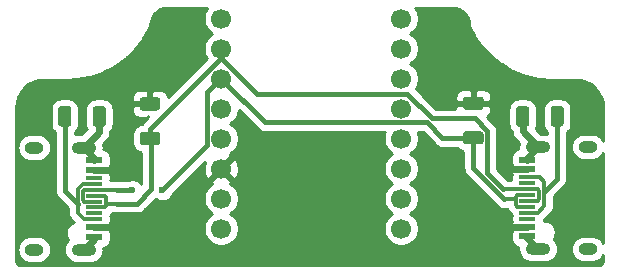
<source format=gtl>
G04 #@! TF.GenerationSoftware,KiCad,Pcbnew,(5.1.10-1-10_14)*
G04 #@! TF.CreationDate,2021-07-14T14:00:36-07:00*
G04 #@! TF.ProjectId,Synapse,53796e61-7073-4652-9e6b-696361645f70,rev?*
G04 #@! TF.SameCoordinates,Original*
G04 #@! TF.FileFunction,Copper,L1,Top*
G04 #@! TF.FilePolarity,Positive*
%FSLAX46Y46*%
G04 Gerber Fmt 4.6, Leading zero omitted, Abs format (unit mm)*
G04 Created by KiCad (PCBNEW (5.1.10-1-10_14)) date 2021-07-14 14:00:36*
%MOMM*%
%LPD*%
G01*
G04 APERTURE LIST*
G04 #@! TA.AperFunction,ComponentPad*
%ADD10C,1.700000*%
G04 #@! TD*
G04 #@! TA.AperFunction,SMDPad,CuDef*
%ADD11R,1.450000X0.600000*%
G04 #@! TD*
G04 #@! TA.AperFunction,SMDPad,CuDef*
%ADD12R,1.450000X0.300000*%
G04 #@! TD*
G04 #@! TA.AperFunction,ComponentPad*
%ADD13O,2.100000X1.000000*%
G04 #@! TD*
G04 #@! TA.AperFunction,ComponentPad*
%ADD14O,1.600000X1.000000*%
G04 #@! TD*
G04 #@! TA.AperFunction,ViaPad*
%ADD15C,0.600000*%
G04 #@! TD*
G04 #@! TA.AperFunction,Conductor*
%ADD16C,0.600000*%
G04 #@! TD*
G04 #@! TA.AperFunction,Conductor*
%ADD17C,0.300000*%
G04 #@! TD*
G04 #@! TA.AperFunction,Conductor*
%ADD18C,0.400000*%
G04 #@! TD*
G04 #@! TA.AperFunction,Conductor*
%ADD19C,0.254000*%
G04 #@! TD*
G04 #@! TA.AperFunction,Conductor*
%ADD20C,0.100000*%
G04 #@! TD*
G04 APERTURE END LIST*
D10*
X165240000Y-65478600D03*
X150000000Y-65478600D03*
X165240000Y-68018600D03*
X150000000Y-68018600D03*
X165240000Y-70558600D03*
X150000000Y-70558600D03*
X165240000Y-73098600D03*
X150000000Y-73098600D03*
X165240000Y-75638600D03*
X150000000Y-75638600D03*
X165240000Y-78178600D03*
X150000000Y-78178600D03*
X165240000Y-80718600D03*
X150000000Y-80718600D03*
X165240000Y-83258600D03*
X150000000Y-83258600D03*
G04 #@! TA.AperFunction,SMDPad,CuDef*
G36*
G01*
X143342199Y-75068000D02*
X144592201Y-75068000D01*
G75*
G02*
X144842200Y-75317999I0J-249999D01*
G01*
X144842200Y-75943001D01*
G75*
G02*
X144592201Y-76193000I-249999J0D01*
G01*
X143342199Y-76193000D01*
G75*
G02*
X143092200Y-75943001I0J249999D01*
G01*
X143092200Y-75317999D01*
G75*
G02*
X143342199Y-75068000I249999J0D01*
G01*
G37*
G04 #@! TD.AperFunction*
G04 #@! TA.AperFunction,SMDPad,CuDef*
G36*
G01*
X143342199Y-72143000D02*
X144592201Y-72143000D01*
G75*
G02*
X144842200Y-72392999I0J-249999D01*
G01*
X144842200Y-73018001D01*
G75*
G02*
X144592201Y-73268000I-249999J0D01*
G01*
X143342199Y-73268000D01*
G75*
G02*
X143092200Y-73018001I0J249999D01*
G01*
X143092200Y-72392999D01*
G75*
G02*
X143342199Y-72143000I249999J0D01*
G01*
G37*
G04 #@! TD.AperFunction*
G04 #@! TA.AperFunction,SMDPad,CuDef*
G36*
G01*
X170723399Y-75017200D02*
X171973401Y-75017200D01*
G75*
G02*
X172223400Y-75267199I0J-249999D01*
G01*
X172223400Y-75892201D01*
G75*
G02*
X171973401Y-76142200I-249999J0D01*
G01*
X170723399Y-76142200D01*
G75*
G02*
X170473400Y-75892201I0J249999D01*
G01*
X170473400Y-75267199D01*
G75*
G02*
X170723399Y-75017200I249999J0D01*
G01*
G37*
G04 #@! TD.AperFunction*
G04 #@! TA.AperFunction,SMDPad,CuDef*
G36*
G01*
X170723399Y-72092200D02*
X171973401Y-72092200D01*
G75*
G02*
X172223400Y-72342199I0J-249999D01*
G01*
X172223400Y-72967201D01*
G75*
G02*
X171973401Y-73217200I-249999J0D01*
G01*
X170723399Y-73217200D01*
G75*
G02*
X170473400Y-72967201I0J249999D01*
G01*
X170473400Y-72342199D01*
G75*
G02*
X170723399Y-72092200I249999J0D01*
G01*
G37*
G04 #@! TD.AperFunction*
G04 #@! TA.AperFunction,SMDPad,CuDef*
G36*
G01*
X139126800Y-74386601D02*
X139126800Y-73136599D01*
G75*
G02*
X139376799Y-72886600I249999J0D01*
G01*
X140001801Y-72886600D01*
G75*
G02*
X140251800Y-73136599I0J-249999D01*
G01*
X140251800Y-74386601D01*
G75*
G02*
X140001801Y-74636600I-249999J0D01*
G01*
X139376799Y-74636600D01*
G75*
G02*
X139126800Y-74386601I0J249999D01*
G01*
G37*
G04 #@! TD.AperFunction*
G04 #@! TA.AperFunction,SMDPad,CuDef*
G36*
G01*
X136201800Y-74386601D02*
X136201800Y-73136599D01*
G75*
G02*
X136451799Y-72886600I249999J0D01*
G01*
X137076801Y-72886600D01*
G75*
G02*
X137326800Y-73136599I0J-249999D01*
G01*
X137326800Y-74386601D01*
G75*
G02*
X137076801Y-74636600I-249999J0D01*
G01*
X136451799Y-74636600D01*
G75*
G02*
X136201800Y-74386601I0J249999D01*
G01*
G37*
G04 #@! TD.AperFunction*
G04 #@! TA.AperFunction,SMDPad,CuDef*
G36*
G01*
X176087200Y-73136599D02*
X176087200Y-74386601D01*
G75*
G02*
X175837201Y-74636600I-249999J0D01*
G01*
X175212199Y-74636600D01*
G75*
G02*
X174962200Y-74386601I0J249999D01*
G01*
X174962200Y-73136599D01*
G75*
G02*
X175212199Y-72886600I249999J0D01*
G01*
X175837201Y-72886600D01*
G75*
G02*
X176087200Y-73136599I0J-249999D01*
G01*
G37*
G04 #@! TD.AperFunction*
G04 #@! TA.AperFunction,SMDPad,CuDef*
G36*
G01*
X179012200Y-73136599D02*
X179012200Y-74386601D01*
G75*
G02*
X178762201Y-74636600I-249999J0D01*
G01*
X178137199Y-74636600D01*
G75*
G02*
X177887200Y-74386601I0J249999D01*
G01*
X177887200Y-73136599D01*
G75*
G02*
X178137199Y-72886600I249999J0D01*
G01*
X178762201Y-72886600D01*
G75*
G02*
X179012200Y-73136599I0J-249999D01*
G01*
G37*
G04 #@! TD.AperFunction*
D11*
X139274600Y-83971200D03*
X139274600Y-83171200D03*
X139274600Y-78271200D03*
X139274600Y-77471200D03*
X139274600Y-77471200D03*
X139274600Y-78271200D03*
X139274600Y-83171200D03*
X139274600Y-83971200D03*
D12*
X139274600Y-78971200D03*
X139274600Y-79471200D03*
X139274600Y-79971200D03*
X139274600Y-80971200D03*
X139274600Y-81471200D03*
X139274600Y-81971200D03*
X139274600Y-82471200D03*
X139274600Y-80471200D03*
D13*
X138359600Y-85041200D03*
X138359600Y-76401200D03*
D14*
X134179600Y-76401200D03*
X134179600Y-85041200D03*
D11*
X175939400Y-77420400D03*
X175939400Y-78220400D03*
X175939400Y-83120400D03*
X175939400Y-83920400D03*
X175939400Y-83920400D03*
X175939400Y-83120400D03*
X175939400Y-78220400D03*
X175939400Y-77420400D03*
D12*
X175939400Y-82420400D03*
X175939400Y-81920400D03*
X175939400Y-81420400D03*
X175939400Y-80420400D03*
X175939400Y-79920400D03*
X175939400Y-79420400D03*
X175939400Y-78920400D03*
X175939400Y-80920400D03*
D13*
X176854400Y-76350400D03*
X176854400Y-84990400D03*
D14*
X181034400Y-84990400D03*
X181034400Y-76350400D03*
D15*
X142494000Y-80010000D03*
X145034000Y-80010000D03*
D16*
X175939400Y-78220400D02*
X174509600Y-78220400D01*
X175939400Y-83120400D02*
X174435600Y-83120400D01*
X139274600Y-83171200D02*
X141083200Y-83171200D01*
X139274600Y-78271200D02*
X140930800Y-78271200D01*
D17*
X140276601Y-81342801D02*
X140148202Y-81471200D01*
X140148202Y-81471200D02*
X139274600Y-81471200D01*
X140148202Y-80471200D02*
X140276601Y-80599599D01*
X139274600Y-80471200D02*
X140148202Y-80471200D01*
X176941401Y-80792001D02*
X176813002Y-80920400D01*
X176941401Y-80048799D02*
X176941401Y-80792001D01*
X176813002Y-79920400D02*
X176941401Y-80048799D01*
X176813002Y-80920400D02*
X175939400Y-80920400D01*
X175939400Y-79920400D02*
X176813002Y-79920400D01*
X175939400Y-79920400D02*
X173900400Y-79920400D01*
X140276601Y-80599599D02*
X140276601Y-81145401D01*
X140276601Y-81145401D02*
X141206199Y-81145401D01*
X140276601Y-81145401D02*
X140276601Y-81342801D01*
D18*
X141206199Y-81145401D02*
X142882599Y-81145401D01*
X142882599Y-81145401D02*
X144080019Y-79947981D01*
X144080019Y-79947981D02*
X144080019Y-75754019D01*
X143967200Y-75630500D02*
X143967200Y-74850838D01*
X165763962Y-71882000D02*
X153063962Y-71882000D01*
X167817951Y-73935989D02*
X165763962Y-71882000D01*
X171458209Y-73935989D02*
X167817951Y-73935989D01*
X172550410Y-75028190D02*
X171458209Y-73935989D01*
X172550410Y-78570410D02*
X172550410Y-75028190D01*
X173900400Y-79920400D02*
X172550410Y-78570410D01*
X143967200Y-74850838D02*
X149922019Y-68896019D01*
X150077981Y-68896019D02*
X149922019Y-68896019D01*
X153063962Y-71882000D02*
X150077981Y-68896019D01*
X149922019Y-68896019D02*
X150114000Y-68704038D01*
D17*
X138400998Y-80971200D02*
X139274600Y-80971200D01*
X138272599Y-80842801D02*
X138400998Y-80971200D01*
X174937399Y-80548799D02*
X174937399Y-80789801D01*
X138400998Y-79971200D02*
X138272599Y-80099599D01*
X138272599Y-80099599D02*
X138272599Y-80842801D01*
X174937399Y-80789801D02*
X174937399Y-81292001D01*
X174937399Y-80789801D02*
X173972199Y-80789801D01*
X175939400Y-80420400D02*
X175065798Y-80420400D01*
X175065798Y-80420400D02*
X174937399Y-80548799D01*
X174937399Y-81292001D02*
X175065798Y-81420400D01*
X175065798Y-81420400D02*
X175939400Y-81420400D01*
X139274600Y-79971200D02*
X138400998Y-79971200D01*
X139274600Y-79971200D02*
X141212000Y-79971200D01*
D18*
X142455200Y-79971200D02*
X142494000Y-80010000D01*
X141212000Y-79971200D02*
X142455200Y-79971200D01*
X148822999Y-76221001D02*
X145034000Y-80010000D01*
X148822999Y-71737001D02*
X148822999Y-76221001D01*
X171348400Y-78166002D02*
X173972199Y-80789801D01*
X171348400Y-75579700D02*
X171348400Y-78166002D01*
X149269000Y-71291000D02*
X148822999Y-71737001D01*
X150000000Y-70560000D02*
X149269000Y-71291000D01*
X167412259Y-74275601D02*
X153717001Y-74275601D01*
X153717001Y-74275601D02*
X150000000Y-70558600D01*
X168716358Y-75579700D02*
X167412259Y-74275601D01*
X171348400Y-75579700D02*
X168716358Y-75579700D01*
D16*
X175939400Y-77265400D02*
X176854400Y-76350400D01*
X175939400Y-77420400D02*
X175939400Y-77265400D01*
X139274600Y-84126200D02*
X138359600Y-85041200D01*
X139274600Y-83971200D02*
X139274600Y-84126200D01*
X139274600Y-77316200D02*
X138359600Y-76401200D01*
X139274600Y-77471200D02*
X139274600Y-77316200D01*
X175939400Y-84075400D02*
X176854400Y-84990400D01*
X175939400Y-83920400D02*
X175939400Y-84075400D01*
X139689300Y-75071500D02*
X138359600Y-76401200D01*
X139689300Y-73761600D02*
X139689300Y-75071500D01*
X175524700Y-75020700D02*
X176854400Y-76350400D01*
X175524700Y-73761600D02*
X175524700Y-75020700D01*
D17*
X138400998Y-82471200D02*
X139274600Y-82471200D01*
X137845589Y-81915791D02*
X138400998Y-82471200D01*
X138297115Y-79471200D02*
X137845589Y-79922726D01*
X139274600Y-79471200D02*
X138297115Y-79471200D01*
D18*
X136764300Y-80071500D02*
X137845589Y-81152789D01*
X136764300Y-73761600D02*
X136764300Y-80071500D01*
D17*
X137845589Y-81152789D02*
X137845589Y-81915791D01*
X137845589Y-79922726D02*
X137845589Y-81152789D01*
X177368411Y-79324411D02*
X177368411Y-81364991D01*
X176964400Y-78920400D02*
X177368411Y-79324411D01*
X176813002Y-81920400D02*
X175939400Y-81920400D01*
X177368411Y-81364991D02*
X176813002Y-81920400D01*
X175939400Y-78920400D02*
X176964400Y-78920400D01*
D18*
X178449700Y-79054700D02*
X177418411Y-80085989D01*
X178449700Y-73761600D02*
X178449700Y-79054700D01*
D19*
X148684010Y-64775189D02*
X148572068Y-65045442D01*
X148515000Y-65332340D01*
X148515000Y-65624860D01*
X148572068Y-65911758D01*
X148684010Y-66182011D01*
X148846525Y-66425232D01*
X149053368Y-66632075D01*
X149227760Y-66748600D01*
X149053368Y-66865125D01*
X148846525Y-67071968D01*
X148684010Y-67315189D01*
X148572068Y-67585442D01*
X148515000Y-67872340D01*
X148515000Y-68164860D01*
X148572068Y-68451758D01*
X148684010Y-68722011D01*
X148776595Y-68860574D01*
X145480116Y-72157054D01*
X145480272Y-72143000D01*
X145468012Y-72018518D01*
X145431702Y-71898820D01*
X145372737Y-71788506D01*
X145293385Y-71691815D01*
X145196694Y-71612463D01*
X145086380Y-71553498D01*
X144966682Y-71517188D01*
X144842200Y-71504928D01*
X144252950Y-71508000D01*
X144094200Y-71666750D01*
X144094200Y-72578500D01*
X144114200Y-72578500D01*
X144114200Y-72832500D01*
X144094200Y-72832500D01*
X144094200Y-72852500D01*
X143840200Y-72852500D01*
X143840200Y-72832500D01*
X142615950Y-72832500D01*
X142457200Y-72991250D01*
X142454128Y-73268000D01*
X142466388Y-73392482D01*
X142502698Y-73512180D01*
X142561663Y-73622494D01*
X142641015Y-73719185D01*
X142737706Y-73798537D01*
X142848020Y-73857502D01*
X142967718Y-73893812D01*
X143092200Y-73906072D01*
X143681450Y-73903000D01*
X143840198Y-73744252D01*
X143840198Y-73796973D01*
X143405774Y-74231397D01*
X143373910Y-74257547D01*
X143347762Y-74289409D01*
X143269564Y-74384693D01*
X143240005Y-74439993D01*
X143168945Y-74446992D01*
X143002349Y-74497528D01*
X142848813Y-74579595D01*
X142714238Y-74690038D01*
X142603795Y-74824613D01*
X142521728Y-74978149D01*
X142471192Y-75144745D01*
X142454128Y-75317999D01*
X142454128Y-75943001D01*
X142471192Y-76116255D01*
X142521728Y-76282851D01*
X142603795Y-76436387D01*
X142714238Y-76570962D01*
X142848813Y-76681405D01*
X143002349Y-76763472D01*
X143168945Y-76814008D01*
X143245020Y-76821501D01*
X143245019Y-79451024D01*
X143220262Y-79413972D01*
X143090028Y-79283738D01*
X142936889Y-79181414D01*
X142766729Y-79110932D01*
X142586089Y-79075000D01*
X142401911Y-79075000D01*
X142221271Y-79110932D01*
X142160268Y-79136200D01*
X141170981Y-79136200D01*
X141048311Y-79148282D01*
X140923312Y-79186200D01*
X140631270Y-79186200D01*
X140637672Y-79121200D01*
X140637672Y-78821200D01*
X140625412Y-78696718D01*
X140625255Y-78696200D01*
X140625412Y-78695682D01*
X140637672Y-78571200D01*
X140634600Y-78556950D01*
X140475850Y-78398200D01*
X140473916Y-78398200D01*
X140450785Y-78370015D01*
X140360841Y-78296200D01*
X140450785Y-78222385D01*
X140530137Y-78125694D01*
X140571225Y-78048825D01*
X140634600Y-77985450D01*
X140637672Y-77971200D01*
X140627823Y-77871200D01*
X140637672Y-77771200D01*
X140637672Y-77171200D01*
X140625412Y-77046718D01*
X140589102Y-76927020D01*
X140530137Y-76816706D01*
X140450785Y-76720015D01*
X140354094Y-76640663D01*
X140243780Y-76581698D01*
X140124082Y-76545388D01*
X140036737Y-76536786D01*
X140050091Y-76401200D01*
X140028177Y-76178701D01*
X139999366Y-76083723D01*
X140317959Y-75765130D01*
X140353644Y-75735844D01*
X140470486Y-75593472D01*
X140557307Y-75431040D01*
X140582641Y-75347524D01*
X140610772Y-75254792D01*
X140628824Y-75071500D01*
X140624300Y-75025565D01*
X140624300Y-75019045D01*
X140629762Y-75014562D01*
X140740205Y-74879987D01*
X140822272Y-74726451D01*
X140872808Y-74559855D01*
X140889872Y-74386601D01*
X140889872Y-73136599D01*
X140872808Y-72963345D01*
X140822272Y-72796749D01*
X140740205Y-72643213D01*
X140629762Y-72508638D01*
X140495187Y-72398195D01*
X140341651Y-72316128D01*
X140175055Y-72265592D01*
X140001801Y-72248528D01*
X139376799Y-72248528D01*
X139203545Y-72265592D01*
X139036949Y-72316128D01*
X138883413Y-72398195D01*
X138748838Y-72508638D01*
X138638395Y-72643213D01*
X138556328Y-72796749D01*
X138505792Y-72963345D01*
X138488728Y-73136599D01*
X138488728Y-74386601D01*
X138505792Y-74559855D01*
X138556328Y-74726451D01*
X138610574Y-74827937D01*
X138172311Y-75266200D01*
X137753848Y-75266200D01*
X137599300Y-75281422D01*
X137599300Y-75101113D01*
X137704762Y-75014562D01*
X137815205Y-74879987D01*
X137897272Y-74726451D01*
X137947808Y-74559855D01*
X137964872Y-74386601D01*
X137964872Y-73136599D01*
X137947808Y-72963345D01*
X137897272Y-72796749D01*
X137815205Y-72643213D01*
X137704762Y-72508638D01*
X137570187Y-72398195D01*
X137416651Y-72316128D01*
X137250055Y-72265592D01*
X137076801Y-72248528D01*
X136451799Y-72248528D01*
X136278545Y-72265592D01*
X136111949Y-72316128D01*
X135958413Y-72398195D01*
X135823838Y-72508638D01*
X135713395Y-72643213D01*
X135631328Y-72796749D01*
X135580792Y-72963345D01*
X135563728Y-73136599D01*
X135563728Y-74386601D01*
X135580792Y-74559855D01*
X135631328Y-74726451D01*
X135713395Y-74879987D01*
X135823838Y-75014562D01*
X135929300Y-75101113D01*
X135929301Y-80030472D01*
X135925260Y-80071500D01*
X135941382Y-80235188D01*
X135989128Y-80392586D01*
X136062024Y-80528964D01*
X136066665Y-80537646D01*
X136171010Y-80664791D01*
X136202874Y-80690941D01*
X137060589Y-81548658D01*
X137060589Y-81877238D01*
X137056792Y-81915791D01*
X137060589Y-81954344D01*
X137060589Y-81954352D01*
X137071948Y-82069678D01*
X137074175Y-82077020D01*
X137116835Y-82217650D01*
X137139470Y-82259997D01*
X137189728Y-82354024D01*
X137223316Y-82394950D01*
X137263244Y-82443603D01*
X137263248Y-82443607D01*
X137287826Y-82473555D01*
X137317774Y-82498133D01*
X137519989Y-82700348D01*
X137374869Y-82760459D01*
X137217636Y-82865519D01*
X137083919Y-82999236D01*
X136978859Y-83156469D01*
X136906492Y-83331178D01*
X136869600Y-83516648D01*
X136869600Y-83705752D01*
X136906492Y-83891222D01*
X136978859Y-84065931D01*
X137060315Y-84187838D01*
X137003151Y-84234751D01*
X136861316Y-84407577D01*
X136755924Y-84604753D01*
X136691023Y-84818701D01*
X136669109Y-85041200D01*
X136691023Y-85263699D01*
X136755924Y-85477647D01*
X136861316Y-85674823D01*
X137003151Y-85847649D01*
X137175977Y-85989484D01*
X137373153Y-86094876D01*
X137587101Y-86159777D01*
X137753848Y-86176200D01*
X138965352Y-86176200D01*
X139132099Y-86159777D01*
X139346047Y-86094876D01*
X139543223Y-85989484D01*
X139716049Y-85847649D01*
X139857884Y-85674823D01*
X139963276Y-85477647D01*
X140028177Y-85263699D01*
X140050091Y-85041200D01*
X140036737Y-84905614D01*
X140124082Y-84897012D01*
X140243780Y-84860702D01*
X140354094Y-84801737D01*
X140450785Y-84722385D01*
X140530137Y-84625694D01*
X140589102Y-84515380D01*
X140625412Y-84395682D01*
X140637672Y-84271200D01*
X140637672Y-83671200D01*
X140627823Y-83571200D01*
X140637672Y-83471200D01*
X140634600Y-83456950D01*
X140571225Y-83393575D01*
X140530137Y-83316706D01*
X140450785Y-83220015D01*
X140360841Y-83146200D01*
X140450785Y-83072385D01*
X140473916Y-83044200D01*
X140475850Y-83044200D01*
X140634600Y-82885450D01*
X140637672Y-82871200D01*
X140625412Y-82746718D01*
X140625255Y-82746200D01*
X140625412Y-82745682D01*
X140637672Y-82621200D01*
X140637672Y-82321200D01*
X140627823Y-82221200D01*
X140637672Y-82121200D01*
X140637672Y-82085012D01*
X140705966Y-82028964D01*
X140730550Y-81999008D01*
X140799157Y-81930401D01*
X140917511Y-81930401D01*
X141042510Y-81968319D01*
X141165180Y-81980401D01*
X142841581Y-81980401D01*
X142882599Y-81984441D01*
X142923617Y-81980401D01*
X142923618Y-81980401D01*
X143046288Y-81968319D01*
X143203686Y-81920573D01*
X143348745Y-81843037D01*
X143475890Y-81738692D01*
X143502044Y-81706823D01*
X144458734Y-80750135D01*
X144591111Y-80838586D01*
X144761271Y-80909068D01*
X144941911Y-80945000D01*
X145126089Y-80945000D01*
X145306729Y-80909068D01*
X145476889Y-80838586D01*
X145630028Y-80736262D01*
X145760262Y-80606028D01*
X145782771Y-80572340D01*
X148515000Y-80572340D01*
X148515000Y-80864860D01*
X148572068Y-81151758D01*
X148684010Y-81422011D01*
X148846525Y-81665232D01*
X149053368Y-81872075D01*
X149227760Y-81988600D01*
X149053368Y-82105125D01*
X148846525Y-82311968D01*
X148684010Y-82555189D01*
X148572068Y-82825442D01*
X148515000Y-83112340D01*
X148515000Y-83404860D01*
X148572068Y-83691758D01*
X148684010Y-83962011D01*
X148846525Y-84205232D01*
X149053368Y-84412075D01*
X149296589Y-84574590D01*
X149566842Y-84686532D01*
X149853740Y-84743600D01*
X150146260Y-84743600D01*
X150433158Y-84686532D01*
X150703411Y-84574590D01*
X150946632Y-84412075D01*
X151153475Y-84205232D01*
X151315990Y-83962011D01*
X151427932Y-83691758D01*
X151485000Y-83404860D01*
X151485000Y-83112340D01*
X151427932Y-82825442D01*
X151315990Y-82555189D01*
X151153475Y-82311968D01*
X150946632Y-82105125D01*
X150772240Y-81988600D01*
X150946632Y-81872075D01*
X151153475Y-81665232D01*
X151315990Y-81422011D01*
X151427932Y-81151758D01*
X151485000Y-80864860D01*
X151485000Y-80572340D01*
X151427932Y-80285442D01*
X151315990Y-80015189D01*
X151153475Y-79771968D01*
X150946632Y-79565125D01*
X150773271Y-79449289D01*
X150848792Y-79206997D01*
X150000000Y-78358205D01*
X149151208Y-79206997D01*
X149226729Y-79449289D01*
X149053368Y-79565125D01*
X148846525Y-79771968D01*
X148684010Y-80015189D01*
X148572068Y-80285442D01*
X148515000Y-80572340D01*
X145782771Y-80572340D01*
X145862586Y-80452889D01*
X145926655Y-80298213D01*
X148636040Y-77588828D01*
X148596629Y-77671483D01*
X148524661Y-77955011D01*
X148509389Y-78247131D01*
X148551401Y-78536619D01*
X148649081Y-78812347D01*
X148722528Y-78949757D01*
X148971603Y-79027392D01*
X149820395Y-78178600D01*
X150179605Y-78178600D01*
X151028397Y-79027392D01*
X151277472Y-78949757D01*
X151403371Y-78685717D01*
X151475339Y-78402189D01*
X151490611Y-78110069D01*
X151448599Y-77820581D01*
X151350919Y-77544853D01*
X151277472Y-77407443D01*
X151028397Y-77329808D01*
X150179605Y-78178600D01*
X149820395Y-78178600D01*
X149806253Y-78164458D01*
X149985858Y-77984853D01*
X150000000Y-77998995D01*
X150848792Y-77150203D01*
X150773271Y-76907911D01*
X150946632Y-76792075D01*
X151153475Y-76585232D01*
X151315990Y-76342011D01*
X151427932Y-76071758D01*
X151485000Y-75784860D01*
X151485000Y-75492340D01*
X151427932Y-75205442D01*
X151315990Y-74935189D01*
X151153475Y-74691968D01*
X150946632Y-74485125D01*
X150772240Y-74368600D01*
X150946632Y-74252075D01*
X151153475Y-74045232D01*
X151315990Y-73802011D01*
X151427932Y-73531758D01*
X151485000Y-73244860D01*
X151485000Y-73224468D01*
X153097560Y-74837028D01*
X153123710Y-74868892D01*
X153250855Y-74973237D01*
X153395914Y-75050773D01*
X153553312Y-75098519D01*
X153675982Y-75110601D01*
X153675984Y-75110601D01*
X153717000Y-75114641D01*
X153758016Y-75110601D01*
X163851352Y-75110601D01*
X163812068Y-75205442D01*
X163755000Y-75492340D01*
X163755000Y-75784860D01*
X163812068Y-76071758D01*
X163924010Y-76342011D01*
X164086525Y-76585232D01*
X164293368Y-76792075D01*
X164467760Y-76908600D01*
X164293368Y-77025125D01*
X164086525Y-77231968D01*
X163924010Y-77475189D01*
X163812068Y-77745442D01*
X163755000Y-78032340D01*
X163755000Y-78324860D01*
X163812068Y-78611758D01*
X163924010Y-78882011D01*
X164086525Y-79125232D01*
X164293368Y-79332075D01*
X164467760Y-79448600D01*
X164293368Y-79565125D01*
X164086525Y-79771968D01*
X163924010Y-80015189D01*
X163812068Y-80285442D01*
X163755000Y-80572340D01*
X163755000Y-80864860D01*
X163812068Y-81151758D01*
X163924010Y-81422011D01*
X164086525Y-81665232D01*
X164293368Y-81872075D01*
X164467760Y-81988600D01*
X164293368Y-82105125D01*
X164086525Y-82311968D01*
X163924010Y-82555189D01*
X163812068Y-82825442D01*
X163755000Y-83112340D01*
X163755000Y-83404860D01*
X163812068Y-83691758D01*
X163924010Y-83962011D01*
X164086525Y-84205232D01*
X164293368Y-84412075D01*
X164536589Y-84574590D01*
X164806842Y-84686532D01*
X165093740Y-84743600D01*
X165386260Y-84743600D01*
X165673158Y-84686532D01*
X165943411Y-84574590D01*
X166186632Y-84412075D01*
X166393475Y-84205232D01*
X166555990Y-83962011D01*
X166667932Y-83691758D01*
X166725000Y-83404860D01*
X166725000Y-83112340D01*
X166667932Y-82825442D01*
X166555990Y-82555189D01*
X166393475Y-82311968D01*
X166186632Y-82105125D01*
X166012240Y-81988600D01*
X166186632Y-81872075D01*
X166393475Y-81665232D01*
X166555990Y-81422011D01*
X166667932Y-81151758D01*
X166725000Y-80864860D01*
X166725000Y-80572340D01*
X166667932Y-80285442D01*
X166555990Y-80015189D01*
X166393475Y-79771968D01*
X166186632Y-79565125D01*
X166012240Y-79448600D01*
X166186632Y-79332075D01*
X166393475Y-79125232D01*
X166555990Y-78882011D01*
X166667932Y-78611758D01*
X166725000Y-78324860D01*
X166725000Y-78032340D01*
X166667932Y-77745442D01*
X166555990Y-77475189D01*
X166393475Y-77231968D01*
X166186632Y-77025125D01*
X166012240Y-76908600D01*
X166186632Y-76792075D01*
X166393475Y-76585232D01*
X166555990Y-76342011D01*
X166667932Y-76071758D01*
X166725000Y-75784860D01*
X166725000Y-75492340D01*
X166667932Y-75205442D01*
X166628648Y-75110601D01*
X167066392Y-75110601D01*
X168096916Y-76141126D01*
X168123067Y-76172991D01*
X168250212Y-76277336D01*
X168395271Y-76354872D01*
X168552669Y-76402618D01*
X168675339Y-76414700D01*
X168675349Y-76414700D01*
X168716357Y-76418739D01*
X168757365Y-76414700D01*
X170008887Y-76414700D01*
X170095438Y-76520162D01*
X170230013Y-76630605D01*
X170383549Y-76712672D01*
X170513400Y-76752062D01*
X170513401Y-78124974D01*
X170509360Y-78166002D01*
X170525482Y-78329690D01*
X170573228Y-78487088D01*
X170650764Y-78632147D01*
X170662066Y-78645918D01*
X170755110Y-78759293D01*
X170786974Y-78785443D01*
X173410769Y-81409239D01*
X173506053Y-81487437D01*
X173651112Y-81564973D01*
X173808510Y-81612719D01*
X173972198Y-81628841D01*
X174135887Y-81612719D01*
X174207753Y-81590919D01*
X174208645Y-81593861D01*
X174281537Y-81730234D01*
X174323227Y-81781032D01*
X174354564Y-81819215D01*
X174379636Y-81849765D01*
X174409586Y-81874345D01*
X174483448Y-81948206D01*
X174508034Y-81978164D01*
X174576328Y-82034212D01*
X174576328Y-82070400D01*
X174586177Y-82170400D01*
X174576328Y-82270400D01*
X174576328Y-82570400D01*
X174588588Y-82694882D01*
X174588745Y-82695400D01*
X174588588Y-82695918D01*
X174576328Y-82820400D01*
X174579400Y-82834650D01*
X174738150Y-82993400D01*
X174740084Y-82993400D01*
X174763215Y-83021585D01*
X174853159Y-83095400D01*
X174763215Y-83169215D01*
X174683863Y-83265906D01*
X174642775Y-83342775D01*
X174579400Y-83406150D01*
X174576328Y-83420400D01*
X174586177Y-83520400D01*
X174576328Y-83620400D01*
X174576328Y-84220400D01*
X174588588Y-84344882D01*
X174624898Y-84464580D01*
X174683863Y-84574894D01*
X174763215Y-84671585D01*
X174859906Y-84750937D01*
X174970220Y-84809902D01*
X175089918Y-84846212D01*
X175177263Y-84854814D01*
X175163909Y-84990400D01*
X175185823Y-85212899D01*
X175250724Y-85426847D01*
X175356116Y-85624023D01*
X175497951Y-85796849D01*
X175670777Y-85938684D01*
X175867953Y-86044076D01*
X176081901Y-86108977D01*
X176248648Y-86125400D01*
X177460152Y-86125400D01*
X177626899Y-86108977D01*
X177840847Y-86044076D01*
X178038023Y-85938684D01*
X178210849Y-85796849D01*
X178352684Y-85624023D01*
X178458076Y-85426847D01*
X178522977Y-85212899D01*
X178544891Y-84990400D01*
X178522977Y-84767901D01*
X178458076Y-84553953D01*
X178352684Y-84356777D01*
X178210849Y-84183951D01*
X178153685Y-84137038D01*
X178235141Y-84015131D01*
X178307508Y-83840422D01*
X178344400Y-83654952D01*
X178344400Y-83465848D01*
X178307508Y-83280378D01*
X178235141Y-83105669D01*
X178130081Y-82948436D01*
X177996364Y-82814719D01*
X177839131Y-82709659D01*
X177664422Y-82637292D01*
X177478952Y-82600400D01*
X177299517Y-82600400D01*
X177302472Y-82570400D01*
X177302472Y-82534212D01*
X177370766Y-82478164D01*
X177395348Y-82448211D01*
X177896226Y-81947334D01*
X177926175Y-81922755D01*
X177959998Y-81881543D01*
X177978800Y-81858632D01*
X178024273Y-81803224D01*
X178097165Y-81666851D01*
X178103897Y-81644660D01*
X178142053Y-81518878D01*
X178151593Y-81422011D01*
X178153411Y-81403552D01*
X178153411Y-81403547D01*
X178157208Y-81364991D01*
X178153411Y-81326436D01*
X178153411Y-80531856D01*
X179011132Y-79674137D01*
X179042991Y-79647991D01*
X179073704Y-79610568D01*
X179147336Y-79520846D01*
X179224872Y-79375787D01*
X179272618Y-79218389D01*
X179288740Y-79054700D01*
X179284700Y-79013682D01*
X179284700Y-75101113D01*
X179390162Y-75014562D01*
X179500605Y-74879987D01*
X179582672Y-74726451D01*
X179633208Y-74559855D01*
X179650272Y-74386601D01*
X179650272Y-73136599D01*
X179633208Y-72963345D01*
X179582672Y-72796749D01*
X179500605Y-72643213D01*
X179390162Y-72508638D01*
X179255587Y-72398195D01*
X179102051Y-72316128D01*
X178935455Y-72265592D01*
X178762201Y-72248528D01*
X178137199Y-72248528D01*
X177963945Y-72265592D01*
X177797349Y-72316128D01*
X177643813Y-72398195D01*
X177509238Y-72508638D01*
X177398795Y-72643213D01*
X177316728Y-72796749D01*
X177266192Y-72963345D01*
X177249128Y-73136599D01*
X177249128Y-74386601D01*
X177266192Y-74559855D01*
X177316728Y-74726451D01*
X177398795Y-74879987D01*
X177509238Y-75014562D01*
X177614700Y-75101113D01*
X177614700Y-75230622D01*
X177460152Y-75215400D01*
X177041689Y-75215400D01*
X176621121Y-74794832D01*
X176657672Y-74726451D01*
X176708208Y-74559855D01*
X176725272Y-74386601D01*
X176725272Y-73136599D01*
X176708208Y-72963345D01*
X176657672Y-72796749D01*
X176575605Y-72643213D01*
X176465162Y-72508638D01*
X176330587Y-72398195D01*
X176177051Y-72316128D01*
X176010455Y-72265592D01*
X175837201Y-72248528D01*
X175212199Y-72248528D01*
X175038945Y-72265592D01*
X174872349Y-72316128D01*
X174718813Y-72398195D01*
X174584238Y-72508638D01*
X174473795Y-72643213D01*
X174391728Y-72796749D01*
X174341192Y-72963345D01*
X174324128Y-73136599D01*
X174324128Y-74386601D01*
X174341192Y-74559855D01*
X174391728Y-74726451D01*
X174473795Y-74879987D01*
X174584238Y-75014562D01*
X174585665Y-75015733D01*
X174585176Y-75020700D01*
X174603229Y-75203991D01*
X174637505Y-75316983D01*
X174656694Y-75380240D01*
X174743515Y-75542672D01*
X174860357Y-75685044D01*
X174896036Y-75714325D01*
X175214634Y-76032923D01*
X175185823Y-76127901D01*
X175163909Y-76350400D01*
X175177263Y-76485986D01*
X175089918Y-76494588D01*
X174970220Y-76530898D01*
X174859906Y-76589863D01*
X174763215Y-76669215D01*
X174683863Y-76765906D01*
X174624898Y-76876220D01*
X174588588Y-76995918D01*
X174576328Y-77120400D01*
X174576328Y-77720400D01*
X174586177Y-77820400D01*
X174576328Y-77920400D01*
X174579400Y-77934650D01*
X174642775Y-77998025D01*
X174683863Y-78074894D01*
X174763215Y-78171585D01*
X174853159Y-78245400D01*
X174763215Y-78319215D01*
X174740084Y-78347400D01*
X174738150Y-78347400D01*
X174579400Y-78506150D01*
X174576328Y-78520400D01*
X174588588Y-78644882D01*
X174588745Y-78645400D01*
X174588588Y-78645918D01*
X174576328Y-78770400D01*
X174576328Y-79070400D01*
X174582730Y-79135400D01*
X174296268Y-79135400D01*
X173385410Y-78224543D01*
X173385410Y-75069197D01*
X173389449Y-75028189D01*
X173385410Y-74987181D01*
X173385410Y-74987171D01*
X173373328Y-74864501D01*
X173325582Y-74707103D01*
X173248046Y-74562044D01*
X173143701Y-74434899D01*
X173111836Y-74408748D01*
X172495087Y-73791999D01*
X172577894Y-73747737D01*
X172674585Y-73668385D01*
X172753937Y-73571694D01*
X172812902Y-73461380D01*
X172849212Y-73341682D01*
X172861472Y-73217200D01*
X172858400Y-72940450D01*
X172699650Y-72781700D01*
X171475400Y-72781700D01*
X171475400Y-72801700D01*
X171221400Y-72801700D01*
X171221400Y-72781700D01*
X169997150Y-72781700D01*
X169838400Y-72940450D01*
X169836618Y-73100989D01*
X168163819Y-73100989D01*
X167155030Y-72092200D01*
X169835328Y-72092200D01*
X169838400Y-72368950D01*
X169997150Y-72527700D01*
X171221400Y-72527700D01*
X171221400Y-71615950D01*
X171475400Y-71615950D01*
X171475400Y-72527700D01*
X172699650Y-72527700D01*
X172858400Y-72368950D01*
X172861472Y-72092200D01*
X172849212Y-71967718D01*
X172812902Y-71848020D01*
X172753937Y-71737706D01*
X172674585Y-71641015D01*
X172577894Y-71561663D01*
X172467580Y-71502698D01*
X172347882Y-71466388D01*
X172223400Y-71454128D01*
X171634150Y-71457200D01*
X171475400Y-71615950D01*
X171221400Y-71615950D01*
X171062650Y-71457200D01*
X170473400Y-71454128D01*
X170348918Y-71466388D01*
X170229220Y-71502698D01*
X170118906Y-71561663D01*
X170022215Y-71641015D01*
X169942863Y-71737706D01*
X169883898Y-71848020D01*
X169847588Y-71967718D01*
X169835328Y-72092200D01*
X167155030Y-72092200D01*
X166463404Y-71400575D01*
X166555990Y-71262011D01*
X166667932Y-70991758D01*
X166725000Y-70704860D01*
X166725000Y-70412340D01*
X166667932Y-70125442D01*
X166555990Y-69855189D01*
X166393475Y-69611968D01*
X166186632Y-69405125D01*
X166012240Y-69288600D01*
X166186632Y-69172075D01*
X166393475Y-68965232D01*
X166555990Y-68722011D01*
X166667932Y-68451758D01*
X166725000Y-68164860D01*
X166725000Y-67872340D01*
X166667932Y-67585442D01*
X166555990Y-67315189D01*
X166393475Y-67071968D01*
X166186632Y-66865125D01*
X166012240Y-66748600D01*
X166186632Y-66632075D01*
X166393475Y-66425232D01*
X166555990Y-66182011D01*
X166667932Y-65911758D01*
X166725000Y-65624860D01*
X166725000Y-65332340D01*
X166667932Y-65045442D01*
X166555990Y-64775189D01*
X166439233Y-64600450D01*
X169621215Y-64600450D01*
X169914018Y-64629160D01*
X170164908Y-64704908D01*
X170396301Y-64827942D01*
X170599390Y-64993577D01*
X170766444Y-65195511D01*
X170891089Y-65426037D01*
X170968586Y-65676390D01*
X170999150Y-65967180D01*
X170999150Y-66005828D01*
X171008614Y-66101919D01*
X171046013Y-66225208D01*
X171075560Y-66280485D01*
X171377002Y-66850780D01*
X171393355Y-66876838D01*
X171408271Y-66903748D01*
X171417846Y-66917943D01*
X172010538Y-67772305D01*
X172035661Y-67803330D01*
X172059977Y-67835019D01*
X172071545Y-67847643D01*
X172784009Y-68605014D01*
X172813430Y-68631974D01*
X172842174Y-68659731D01*
X172855481Y-68670506D01*
X173672065Y-69314250D01*
X173705167Y-69336578D01*
X173737681Y-69359769D01*
X173752434Y-69368460D01*
X174655201Y-69884433D01*
X174691234Y-69901620D01*
X174726822Y-69919753D01*
X174742698Y-69926167D01*
X175711814Y-70303036D01*
X175749995Y-70314709D01*
X175787870Y-70327382D01*
X175804515Y-70331378D01*
X175804519Y-70331379D01*
X175804522Y-70331379D01*
X176818696Y-70560864D01*
X176858204Y-70566769D01*
X176897516Y-70573700D01*
X176914557Y-70575191D01*
X176914573Y-70575193D01*
X176914586Y-70575193D01*
X177943708Y-70651670D01*
X177967875Y-70654050D01*
X179968015Y-70654050D01*
X180455052Y-70701805D01*
X180892779Y-70833962D01*
X181296493Y-71048620D01*
X181650827Y-71337608D01*
X181942279Y-71689913D01*
X182159752Y-72092122D01*
X182294962Y-72528910D01*
X182345951Y-73014036D01*
X182345951Y-75835142D01*
X182282684Y-75716777D01*
X182140849Y-75543951D01*
X181968023Y-75402116D01*
X181770847Y-75296724D01*
X181556899Y-75231823D01*
X181390152Y-75215400D01*
X180678648Y-75215400D01*
X180511901Y-75231823D01*
X180297953Y-75296724D01*
X180100777Y-75402116D01*
X179927951Y-75543951D01*
X179786116Y-75716777D01*
X179680724Y-75913953D01*
X179615823Y-76127901D01*
X179593909Y-76350400D01*
X179615823Y-76572899D01*
X179680724Y-76786847D01*
X179786116Y-76984023D01*
X179927951Y-77156849D01*
X180100777Y-77298684D01*
X180297953Y-77404076D01*
X180511901Y-77468977D01*
X180678648Y-77485400D01*
X181390152Y-77485400D01*
X181556899Y-77468977D01*
X181770847Y-77404076D01*
X181968023Y-77298684D01*
X182140849Y-77156849D01*
X182282684Y-76984023D01*
X182345951Y-76865658D01*
X182345950Y-84475140D01*
X182282684Y-84356777D01*
X182140849Y-84183951D01*
X181968023Y-84042116D01*
X181770847Y-83936724D01*
X181556899Y-83871823D01*
X181390152Y-83855400D01*
X180678648Y-83855400D01*
X180511901Y-83871823D01*
X180297953Y-83936724D01*
X180100777Y-84042116D01*
X179927951Y-84183951D01*
X179786116Y-84356777D01*
X179680724Y-84553953D01*
X179615823Y-84767901D01*
X179593909Y-84990400D01*
X179615823Y-85212899D01*
X179680724Y-85426847D01*
X179786116Y-85624023D01*
X179927951Y-85796849D01*
X180100777Y-85938684D01*
X180297953Y-86044076D01*
X180511901Y-86108977D01*
X180678648Y-86125400D01*
X181390152Y-86125400D01*
X181556899Y-86108977D01*
X181770847Y-86044076D01*
X181968023Y-85938684D01*
X182140849Y-85796849D01*
X182282684Y-85624023D01*
X182345950Y-85505660D01*
X182345950Y-85968016D01*
X182336285Y-86066583D01*
X182316946Y-86130637D01*
X182285536Y-86189711D01*
X182243250Y-86241559D01*
X182191702Y-86284204D01*
X182132845Y-86316027D01*
X182068933Y-86335811D01*
X181972473Y-86345950D01*
X133031984Y-86345950D01*
X132933417Y-86336285D01*
X132869363Y-86316946D01*
X132810289Y-86285536D01*
X132758441Y-86243250D01*
X132715796Y-86191702D01*
X132683973Y-86132845D01*
X132664189Y-86068933D01*
X132654050Y-85972473D01*
X132654050Y-85041200D01*
X132739109Y-85041200D01*
X132761023Y-85263699D01*
X132825924Y-85477647D01*
X132931316Y-85674823D01*
X133073151Y-85847649D01*
X133245977Y-85989484D01*
X133443153Y-86094876D01*
X133657101Y-86159777D01*
X133823848Y-86176200D01*
X134535352Y-86176200D01*
X134702099Y-86159777D01*
X134916047Y-86094876D01*
X135113223Y-85989484D01*
X135286049Y-85847649D01*
X135427884Y-85674823D01*
X135533276Y-85477647D01*
X135598177Y-85263699D01*
X135620091Y-85041200D01*
X135598177Y-84818701D01*
X135533276Y-84604753D01*
X135427884Y-84407577D01*
X135286049Y-84234751D01*
X135113223Y-84092916D01*
X134916047Y-83987524D01*
X134702099Y-83922623D01*
X134535352Y-83906200D01*
X133823848Y-83906200D01*
X133657101Y-83922623D01*
X133443153Y-83987524D01*
X133245977Y-84092916D01*
X133073151Y-84234751D01*
X132931316Y-84407577D01*
X132825924Y-84604753D01*
X132761023Y-84818701D01*
X132739109Y-85041200D01*
X132654050Y-85041200D01*
X132654050Y-76401200D01*
X132739109Y-76401200D01*
X132761023Y-76623699D01*
X132825924Y-76837647D01*
X132931316Y-77034823D01*
X133073151Y-77207649D01*
X133245977Y-77349484D01*
X133443153Y-77454876D01*
X133657101Y-77519777D01*
X133823848Y-77536200D01*
X134535352Y-77536200D01*
X134702099Y-77519777D01*
X134916047Y-77454876D01*
X135113223Y-77349484D01*
X135286049Y-77207649D01*
X135427884Y-77034823D01*
X135533276Y-76837647D01*
X135598177Y-76623699D01*
X135620091Y-76401200D01*
X135598177Y-76178701D01*
X135533276Y-75964753D01*
X135427884Y-75767577D01*
X135286049Y-75594751D01*
X135113223Y-75452916D01*
X134916047Y-75347524D01*
X134702099Y-75282623D01*
X134535352Y-75266200D01*
X133823848Y-75266200D01*
X133657101Y-75282623D01*
X133443153Y-75347524D01*
X133245977Y-75452916D01*
X133073151Y-75594751D01*
X132931316Y-75767577D01*
X132825924Y-75964753D01*
X132761023Y-76178701D01*
X132739109Y-76401200D01*
X132654050Y-76401200D01*
X132654050Y-73031985D01*
X132701805Y-72544948D01*
X132823159Y-72143000D01*
X142454128Y-72143000D01*
X142457200Y-72419750D01*
X142615950Y-72578500D01*
X143840200Y-72578500D01*
X143840200Y-71666750D01*
X143681450Y-71508000D01*
X143092200Y-71504928D01*
X142967718Y-71517188D01*
X142848020Y-71553498D01*
X142737706Y-71612463D01*
X142641015Y-71691815D01*
X142561663Y-71788506D01*
X142502698Y-71898820D01*
X142466388Y-72018518D01*
X142454128Y-72143000D01*
X132823159Y-72143000D01*
X132833962Y-72107221D01*
X133048620Y-71703507D01*
X133337608Y-71349173D01*
X133689913Y-71057721D01*
X134092122Y-70840248D01*
X134528910Y-70705038D01*
X135014027Y-70654050D01*
X137032125Y-70654050D01*
X137048153Y-70652471D01*
X137719467Y-70619434D01*
X137750992Y-70615526D01*
X137782692Y-70613234D01*
X137799598Y-70610516D01*
X138821714Y-70432407D01*
X138860441Y-70422654D01*
X138899404Y-70413920D01*
X138915721Y-70408733D01*
X139900285Y-70081501D01*
X139937132Y-70066137D01*
X139974387Y-70051735D01*
X139989753Y-70044195D01*
X139989760Y-70044192D01*
X139989765Y-70044189D01*
X140915140Y-69575027D01*
X140949313Y-69554384D01*
X140984029Y-69534635D01*
X140998117Y-69524904D01*
X141843986Y-68924113D01*
X141874744Y-68898637D01*
X141906148Y-68873981D01*
X141918634Y-68862283D01*
X141918643Y-68862275D01*
X141918649Y-68862268D01*
X142666419Y-68143055D01*
X142693076Y-68113309D01*
X142720488Y-68084286D01*
X142731109Y-68070869D01*
X142731116Y-68070861D01*
X142731121Y-68070854D01*
X143364370Y-67249012D01*
X143386337Y-67215653D01*
X143409158Y-67182897D01*
X143417685Y-67168049D01*
X143921618Y-66263221D01*
X143952296Y-66208894D01*
X143982458Y-66117170D01*
X144003228Y-66024079D01*
X144014916Y-65928234D01*
X144014746Y-65925965D01*
X144044899Y-65663621D01*
X144124825Y-65414036D01*
X144251706Y-65184726D01*
X144420713Y-64984428D01*
X144625401Y-64820775D01*
X144857980Y-64699994D01*
X145111131Y-64626240D01*
X145387998Y-64600450D01*
X148800767Y-64600450D01*
X148684010Y-64775189D01*
G04 #@! TA.AperFunction,Conductor*
D20*
G36*
X148684010Y-64775189D02*
G01*
X148572068Y-65045442D01*
X148515000Y-65332340D01*
X148515000Y-65624860D01*
X148572068Y-65911758D01*
X148684010Y-66182011D01*
X148846525Y-66425232D01*
X149053368Y-66632075D01*
X149227760Y-66748600D01*
X149053368Y-66865125D01*
X148846525Y-67071968D01*
X148684010Y-67315189D01*
X148572068Y-67585442D01*
X148515000Y-67872340D01*
X148515000Y-68164860D01*
X148572068Y-68451758D01*
X148684010Y-68722011D01*
X148776595Y-68860574D01*
X145480116Y-72157054D01*
X145480272Y-72143000D01*
X145468012Y-72018518D01*
X145431702Y-71898820D01*
X145372737Y-71788506D01*
X145293385Y-71691815D01*
X145196694Y-71612463D01*
X145086380Y-71553498D01*
X144966682Y-71517188D01*
X144842200Y-71504928D01*
X144252950Y-71508000D01*
X144094200Y-71666750D01*
X144094200Y-72578500D01*
X144114200Y-72578500D01*
X144114200Y-72832500D01*
X144094200Y-72832500D01*
X144094200Y-72852500D01*
X143840200Y-72852500D01*
X143840200Y-72832500D01*
X142615950Y-72832500D01*
X142457200Y-72991250D01*
X142454128Y-73268000D01*
X142466388Y-73392482D01*
X142502698Y-73512180D01*
X142561663Y-73622494D01*
X142641015Y-73719185D01*
X142737706Y-73798537D01*
X142848020Y-73857502D01*
X142967718Y-73893812D01*
X143092200Y-73906072D01*
X143681450Y-73903000D01*
X143840198Y-73744252D01*
X143840198Y-73796973D01*
X143405774Y-74231397D01*
X143373910Y-74257547D01*
X143347762Y-74289409D01*
X143269564Y-74384693D01*
X143240005Y-74439993D01*
X143168945Y-74446992D01*
X143002349Y-74497528D01*
X142848813Y-74579595D01*
X142714238Y-74690038D01*
X142603795Y-74824613D01*
X142521728Y-74978149D01*
X142471192Y-75144745D01*
X142454128Y-75317999D01*
X142454128Y-75943001D01*
X142471192Y-76116255D01*
X142521728Y-76282851D01*
X142603795Y-76436387D01*
X142714238Y-76570962D01*
X142848813Y-76681405D01*
X143002349Y-76763472D01*
X143168945Y-76814008D01*
X143245020Y-76821501D01*
X143245019Y-79451024D01*
X143220262Y-79413972D01*
X143090028Y-79283738D01*
X142936889Y-79181414D01*
X142766729Y-79110932D01*
X142586089Y-79075000D01*
X142401911Y-79075000D01*
X142221271Y-79110932D01*
X142160268Y-79136200D01*
X141170981Y-79136200D01*
X141048311Y-79148282D01*
X140923312Y-79186200D01*
X140631270Y-79186200D01*
X140637672Y-79121200D01*
X140637672Y-78821200D01*
X140625412Y-78696718D01*
X140625255Y-78696200D01*
X140625412Y-78695682D01*
X140637672Y-78571200D01*
X140634600Y-78556950D01*
X140475850Y-78398200D01*
X140473916Y-78398200D01*
X140450785Y-78370015D01*
X140360841Y-78296200D01*
X140450785Y-78222385D01*
X140530137Y-78125694D01*
X140571225Y-78048825D01*
X140634600Y-77985450D01*
X140637672Y-77971200D01*
X140627823Y-77871200D01*
X140637672Y-77771200D01*
X140637672Y-77171200D01*
X140625412Y-77046718D01*
X140589102Y-76927020D01*
X140530137Y-76816706D01*
X140450785Y-76720015D01*
X140354094Y-76640663D01*
X140243780Y-76581698D01*
X140124082Y-76545388D01*
X140036737Y-76536786D01*
X140050091Y-76401200D01*
X140028177Y-76178701D01*
X139999366Y-76083723D01*
X140317959Y-75765130D01*
X140353644Y-75735844D01*
X140470486Y-75593472D01*
X140557307Y-75431040D01*
X140582641Y-75347524D01*
X140610772Y-75254792D01*
X140628824Y-75071500D01*
X140624300Y-75025565D01*
X140624300Y-75019045D01*
X140629762Y-75014562D01*
X140740205Y-74879987D01*
X140822272Y-74726451D01*
X140872808Y-74559855D01*
X140889872Y-74386601D01*
X140889872Y-73136599D01*
X140872808Y-72963345D01*
X140822272Y-72796749D01*
X140740205Y-72643213D01*
X140629762Y-72508638D01*
X140495187Y-72398195D01*
X140341651Y-72316128D01*
X140175055Y-72265592D01*
X140001801Y-72248528D01*
X139376799Y-72248528D01*
X139203545Y-72265592D01*
X139036949Y-72316128D01*
X138883413Y-72398195D01*
X138748838Y-72508638D01*
X138638395Y-72643213D01*
X138556328Y-72796749D01*
X138505792Y-72963345D01*
X138488728Y-73136599D01*
X138488728Y-74386601D01*
X138505792Y-74559855D01*
X138556328Y-74726451D01*
X138610574Y-74827937D01*
X138172311Y-75266200D01*
X137753848Y-75266200D01*
X137599300Y-75281422D01*
X137599300Y-75101113D01*
X137704762Y-75014562D01*
X137815205Y-74879987D01*
X137897272Y-74726451D01*
X137947808Y-74559855D01*
X137964872Y-74386601D01*
X137964872Y-73136599D01*
X137947808Y-72963345D01*
X137897272Y-72796749D01*
X137815205Y-72643213D01*
X137704762Y-72508638D01*
X137570187Y-72398195D01*
X137416651Y-72316128D01*
X137250055Y-72265592D01*
X137076801Y-72248528D01*
X136451799Y-72248528D01*
X136278545Y-72265592D01*
X136111949Y-72316128D01*
X135958413Y-72398195D01*
X135823838Y-72508638D01*
X135713395Y-72643213D01*
X135631328Y-72796749D01*
X135580792Y-72963345D01*
X135563728Y-73136599D01*
X135563728Y-74386601D01*
X135580792Y-74559855D01*
X135631328Y-74726451D01*
X135713395Y-74879987D01*
X135823838Y-75014562D01*
X135929300Y-75101113D01*
X135929301Y-80030472D01*
X135925260Y-80071500D01*
X135941382Y-80235188D01*
X135989128Y-80392586D01*
X136062024Y-80528964D01*
X136066665Y-80537646D01*
X136171010Y-80664791D01*
X136202874Y-80690941D01*
X137060589Y-81548658D01*
X137060589Y-81877238D01*
X137056792Y-81915791D01*
X137060589Y-81954344D01*
X137060589Y-81954352D01*
X137071948Y-82069678D01*
X137074175Y-82077020D01*
X137116835Y-82217650D01*
X137139470Y-82259997D01*
X137189728Y-82354024D01*
X137223316Y-82394950D01*
X137263244Y-82443603D01*
X137263248Y-82443607D01*
X137287826Y-82473555D01*
X137317774Y-82498133D01*
X137519989Y-82700348D01*
X137374869Y-82760459D01*
X137217636Y-82865519D01*
X137083919Y-82999236D01*
X136978859Y-83156469D01*
X136906492Y-83331178D01*
X136869600Y-83516648D01*
X136869600Y-83705752D01*
X136906492Y-83891222D01*
X136978859Y-84065931D01*
X137060315Y-84187838D01*
X137003151Y-84234751D01*
X136861316Y-84407577D01*
X136755924Y-84604753D01*
X136691023Y-84818701D01*
X136669109Y-85041200D01*
X136691023Y-85263699D01*
X136755924Y-85477647D01*
X136861316Y-85674823D01*
X137003151Y-85847649D01*
X137175977Y-85989484D01*
X137373153Y-86094876D01*
X137587101Y-86159777D01*
X137753848Y-86176200D01*
X138965352Y-86176200D01*
X139132099Y-86159777D01*
X139346047Y-86094876D01*
X139543223Y-85989484D01*
X139716049Y-85847649D01*
X139857884Y-85674823D01*
X139963276Y-85477647D01*
X140028177Y-85263699D01*
X140050091Y-85041200D01*
X140036737Y-84905614D01*
X140124082Y-84897012D01*
X140243780Y-84860702D01*
X140354094Y-84801737D01*
X140450785Y-84722385D01*
X140530137Y-84625694D01*
X140589102Y-84515380D01*
X140625412Y-84395682D01*
X140637672Y-84271200D01*
X140637672Y-83671200D01*
X140627823Y-83571200D01*
X140637672Y-83471200D01*
X140634600Y-83456950D01*
X140571225Y-83393575D01*
X140530137Y-83316706D01*
X140450785Y-83220015D01*
X140360841Y-83146200D01*
X140450785Y-83072385D01*
X140473916Y-83044200D01*
X140475850Y-83044200D01*
X140634600Y-82885450D01*
X140637672Y-82871200D01*
X140625412Y-82746718D01*
X140625255Y-82746200D01*
X140625412Y-82745682D01*
X140637672Y-82621200D01*
X140637672Y-82321200D01*
X140627823Y-82221200D01*
X140637672Y-82121200D01*
X140637672Y-82085012D01*
X140705966Y-82028964D01*
X140730550Y-81999008D01*
X140799157Y-81930401D01*
X140917511Y-81930401D01*
X141042510Y-81968319D01*
X141165180Y-81980401D01*
X142841581Y-81980401D01*
X142882599Y-81984441D01*
X142923617Y-81980401D01*
X142923618Y-81980401D01*
X143046288Y-81968319D01*
X143203686Y-81920573D01*
X143348745Y-81843037D01*
X143475890Y-81738692D01*
X143502044Y-81706823D01*
X144458734Y-80750135D01*
X144591111Y-80838586D01*
X144761271Y-80909068D01*
X144941911Y-80945000D01*
X145126089Y-80945000D01*
X145306729Y-80909068D01*
X145476889Y-80838586D01*
X145630028Y-80736262D01*
X145760262Y-80606028D01*
X145782771Y-80572340D01*
X148515000Y-80572340D01*
X148515000Y-80864860D01*
X148572068Y-81151758D01*
X148684010Y-81422011D01*
X148846525Y-81665232D01*
X149053368Y-81872075D01*
X149227760Y-81988600D01*
X149053368Y-82105125D01*
X148846525Y-82311968D01*
X148684010Y-82555189D01*
X148572068Y-82825442D01*
X148515000Y-83112340D01*
X148515000Y-83404860D01*
X148572068Y-83691758D01*
X148684010Y-83962011D01*
X148846525Y-84205232D01*
X149053368Y-84412075D01*
X149296589Y-84574590D01*
X149566842Y-84686532D01*
X149853740Y-84743600D01*
X150146260Y-84743600D01*
X150433158Y-84686532D01*
X150703411Y-84574590D01*
X150946632Y-84412075D01*
X151153475Y-84205232D01*
X151315990Y-83962011D01*
X151427932Y-83691758D01*
X151485000Y-83404860D01*
X151485000Y-83112340D01*
X151427932Y-82825442D01*
X151315990Y-82555189D01*
X151153475Y-82311968D01*
X150946632Y-82105125D01*
X150772240Y-81988600D01*
X150946632Y-81872075D01*
X151153475Y-81665232D01*
X151315990Y-81422011D01*
X151427932Y-81151758D01*
X151485000Y-80864860D01*
X151485000Y-80572340D01*
X151427932Y-80285442D01*
X151315990Y-80015189D01*
X151153475Y-79771968D01*
X150946632Y-79565125D01*
X150773271Y-79449289D01*
X150848792Y-79206997D01*
X150000000Y-78358205D01*
X149151208Y-79206997D01*
X149226729Y-79449289D01*
X149053368Y-79565125D01*
X148846525Y-79771968D01*
X148684010Y-80015189D01*
X148572068Y-80285442D01*
X148515000Y-80572340D01*
X145782771Y-80572340D01*
X145862586Y-80452889D01*
X145926655Y-80298213D01*
X148636040Y-77588828D01*
X148596629Y-77671483D01*
X148524661Y-77955011D01*
X148509389Y-78247131D01*
X148551401Y-78536619D01*
X148649081Y-78812347D01*
X148722528Y-78949757D01*
X148971603Y-79027392D01*
X149820395Y-78178600D01*
X150179605Y-78178600D01*
X151028397Y-79027392D01*
X151277472Y-78949757D01*
X151403371Y-78685717D01*
X151475339Y-78402189D01*
X151490611Y-78110069D01*
X151448599Y-77820581D01*
X151350919Y-77544853D01*
X151277472Y-77407443D01*
X151028397Y-77329808D01*
X150179605Y-78178600D01*
X149820395Y-78178600D01*
X149806253Y-78164458D01*
X149985858Y-77984853D01*
X150000000Y-77998995D01*
X150848792Y-77150203D01*
X150773271Y-76907911D01*
X150946632Y-76792075D01*
X151153475Y-76585232D01*
X151315990Y-76342011D01*
X151427932Y-76071758D01*
X151485000Y-75784860D01*
X151485000Y-75492340D01*
X151427932Y-75205442D01*
X151315990Y-74935189D01*
X151153475Y-74691968D01*
X150946632Y-74485125D01*
X150772240Y-74368600D01*
X150946632Y-74252075D01*
X151153475Y-74045232D01*
X151315990Y-73802011D01*
X151427932Y-73531758D01*
X151485000Y-73244860D01*
X151485000Y-73224468D01*
X153097560Y-74837028D01*
X153123710Y-74868892D01*
X153250855Y-74973237D01*
X153395914Y-75050773D01*
X153553312Y-75098519D01*
X153675982Y-75110601D01*
X153675984Y-75110601D01*
X153717000Y-75114641D01*
X153758016Y-75110601D01*
X163851352Y-75110601D01*
X163812068Y-75205442D01*
X163755000Y-75492340D01*
X163755000Y-75784860D01*
X163812068Y-76071758D01*
X163924010Y-76342011D01*
X164086525Y-76585232D01*
X164293368Y-76792075D01*
X164467760Y-76908600D01*
X164293368Y-77025125D01*
X164086525Y-77231968D01*
X163924010Y-77475189D01*
X163812068Y-77745442D01*
X163755000Y-78032340D01*
X163755000Y-78324860D01*
X163812068Y-78611758D01*
X163924010Y-78882011D01*
X164086525Y-79125232D01*
X164293368Y-79332075D01*
X164467760Y-79448600D01*
X164293368Y-79565125D01*
X164086525Y-79771968D01*
X163924010Y-80015189D01*
X163812068Y-80285442D01*
X163755000Y-80572340D01*
X163755000Y-80864860D01*
X163812068Y-81151758D01*
X163924010Y-81422011D01*
X164086525Y-81665232D01*
X164293368Y-81872075D01*
X164467760Y-81988600D01*
X164293368Y-82105125D01*
X164086525Y-82311968D01*
X163924010Y-82555189D01*
X163812068Y-82825442D01*
X163755000Y-83112340D01*
X163755000Y-83404860D01*
X163812068Y-83691758D01*
X163924010Y-83962011D01*
X164086525Y-84205232D01*
X164293368Y-84412075D01*
X164536589Y-84574590D01*
X164806842Y-84686532D01*
X165093740Y-84743600D01*
X165386260Y-84743600D01*
X165673158Y-84686532D01*
X165943411Y-84574590D01*
X166186632Y-84412075D01*
X166393475Y-84205232D01*
X166555990Y-83962011D01*
X166667932Y-83691758D01*
X166725000Y-83404860D01*
X166725000Y-83112340D01*
X166667932Y-82825442D01*
X166555990Y-82555189D01*
X166393475Y-82311968D01*
X166186632Y-82105125D01*
X166012240Y-81988600D01*
X166186632Y-81872075D01*
X166393475Y-81665232D01*
X166555990Y-81422011D01*
X166667932Y-81151758D01*
X166725000Y-80864860D01*
X166725000Y-80572340D01*
X166667932Y-80285442D01*
X166555990Y-80015189D01*
X166393475Y-79771968D01*
X166186632Y-79565125D01*
X166012240Y-79448600D01*
X166186632Y-79332075D01*
X166393475Y-79125232D01*
X166555990Y-78882011D01*
X166667932Y-78611758D01*
X166725000Y-78324860D01*
X166725000Y-78032340D01*
X166667932Y-77745442D01*
X166555990Y-77475189D01*
X166393475Y-77231968D01*
X166186632Y-77025125D01*
X166012240Y-76908600D01*
X166186632Y-76792075D01*
X166393475Y-76585232D01*
X166555990Y-76342011D01*
X166667932Y-76071758D01*
X166725000Y-75784860D01*
X166725000Y-75492340D01*
X166667932Y-75205442D01*
X166628648Y-75110601D01*
X167066392Y-75110601D01*
X168096916Y-76141126D01*
X168123067Y-76172991D01*
X168250212Y-76277336D01*
X168395271Y-76354872D01*
X168552669Y-76402618D01*
X168675339Y-76414700D01*
X168675349Y-76414700D01*
X168716357Y-76418739D01*
X168757365Y-76414700D01*
X170008887Y-76414700D01*
X170095438Y-76520162D01*
X170230013Y-76630605D01*
X170383549Y-76712672D01*
X170513400Y-76752062D01*
X170513401Y-78124974D01*
X170509360Y-78166002D01*
X170525482Y-78329690D01*
X170573228Y-78487088D01*
X170650764Y-78632147D01*
X170662066Y-78645918D01*
X170755110Y-78759293D01*
X170786974Y-78785443D01*
X173410769Y-81409239D01*
X173506053Y-81487437D01*
X173651112Y-81564973D01*
X173808510Y-81612719D01*
X173972198Y-81628841D01*
X174135887Y-81612719D01*
X174207753Y-81590919D01*
X174208645Y-81593861D01*
X174281537Y-81730234D01*
X174323227Y-81781032D01*
X174354564Y-81819215D01*
X174379636Y-81849765D01*
X174409586Y-81874345D01*
X174483448Y-81948206D01*
X174508034Y-81978164D01*
X174576328Y-82034212D01*
X174576328Y-82070400D01*
X174586177Y-82170400D01*
X174576328Y-82270400D01*
X174576328Y-82570400D01*
X174588588Y-82694882D01*
X174588745Y-82695400D01*
X174588588Y-82695918D01*
X174576328Y-82820400D01*
X174579400Y-82834650D01*
X174738150Y-82993400D01*
X174740084Y-82993400D01*
X174763215Y-83021585D01*
X174853159Y-83095400D01*
X174763215Y-83169215D01*
X174683863Y-83265906D01*
X174642775Y-83342775D01*
X174579400Y-83406150D01*
X174576328Y-83420400D01*
X174586177Y-83520400D01*
X174576328Y-83620400D01*
X174576328Y-84220400D01*
X174588588Y-84344882D01*
X174624898Y-84464580D01*
X174683863Y-84574894D01*
X174763215Y-84671585D01*
X174859906Y-84750937D01*
X174970220Y-84809902D01*
X175089918Y-84846212D01*
X175177263Y-84854814D01*
X175163909Y-84990400D01*
X175185823Y-85212899D01*
X175250724Y-85426847D01*
X175356116Y-85624023D01*
X175497951Y-85796849D01*
X175670777Y-85938684D01*
X175867953Y-86044076D01*
X176081901Y-86108977D01*
X176248648Y-86125400D01*
X177460152Y-86125400D01*
X177626899Y-86108977D01*
X177840847Y-86044076D01*
X178038023Y-85938684D01*
X178210849Y-85796849D01*
X178352684Y-85624023D01*
X178458076Y-85426847D01*
X178522977Y-85212899D01*
X178544891Y-84990400D01*
X178522977Y-84767901D01*
X178458076Y-84553953D01*
X178352684Y-84356777D01*
X178210849Y-84183951D01*
X178153685Y-84137038D01*
X178235141Y-84015131D01*
X178307508Y-83840422D01*
X178344400Y-83654952D01*
X178344400Y-83465848D01*
X178307508Y-83280378D01*
X178235141Y-83105669D01*
X178130081Y-82948436D01*
X177996364Y-82814719D01*
X177839131Y-82709659D01*
X177664422Y-82637292D01*
X177478952Y-82600400D01*
X177299517Y-82600400D01*
X177302472Y-82570400D01*
X177302472Y-82534212D01*
X177370766Y-82478164D01*
X177395348Y-82448211D01*
X177896226Y-81947334D01*
X177926175Y-81922755D01*
X177959998Y-81881543D01*
X177978800Y-81858632D01*
X178024273Y-81803224D01*
X178097165Y-81666851D01*
X178103897Y-81644660D01*
X178142053Y-81518878D01*
X178151593Y-81422011D01*
X178153411Y-81403552D01*
X178153411Y-81403547D01*
X178157208Y-81364991D01*
X178153411Y-81326436D01*
X178153411Y-80531856D01*
X179011132Y-79674137D01*
X179042991Y-79647991D01*
X179073704Y-79610568D01*
X179147336Y-79520846D01*
X179224872Y-79375787D01*
X179272618Y-79218389D01*
X179288740Y-79054700D01*
X179284700Y-79013682D01*
X179284700Y-75101113D01*
X179390162Y-75014562D01*
X179500605Y-74879987D01*
X179582672Y-74726451D01*
X179633208Y-74559855D01*
X179650272Y-74386601D01*
X179650272Y-73136599D01*
X179633208Y-72963345D01*
X179582672Y-72796749D01*
X179500605Y-72643213D01*
X179390162Y-72508638D01*
X179255587Y-72398195D01*
X179102051Y-72316128D01*
X178935455Y-72265592D01*
X178762201Y-72248528D01*
X178137199Y-72248528D01*
X177963945Y-72265592D01*
X177797349Y-72316128D01*
X177643813Y-72398195D01*
X177509238Y-72508638D01*
X177398795Y-72643213D01*
X177316728Y-72796749D01*
X177266192Y-72963345D01*
X177249128Y-73136599D01*
X177249128Y-74386601D01*
X177266192Y-74559855D01*
X177316728Y-74726451D01*
X177398795Y-74879987D01*
X177509238Y-75014562D01*
X177614700Y-75101113D01*
X177614700Y-75230622D01*
X177460152Y-75215400D01*
X177041689Y-75215400D01*
X176621121Y-74794832D01*
X176657672Y-74726451D01*
X176708208Y-74559855D01*
X176725272Y-74386601D01*
X176725272Y-73136599D01*
X176708208Y-72963345D01*
X176657672Y-72796749D01*
X176575605Y-72643213D01*
X176465162Y-72508638D01*
X176330587Y-72398195D01*
X176177051Y-72316128D01*
X176010455Y-72265592D01*
X175837201Y-72248528D01*
X175212199Y-72248528D01*
X175038945Y-72265592D01*
X174872349Y-72316128D01*
X174718813Y-72398195D01*
X174584238Y-72508638D01*
X174473795Y-72643213D01*
X174391728Y-72796749D01*
X174341192Y-72963345D01*
X174324128Y-73136599D01*
X174324128Y-74386601D01*
X174341192Y-74559855D01*
X174391728Y-74726451D01*
X174473795Y-74879987D01*
X174584238Y-75014562D01*
X174585665Y-75015733D01*
X174585176Y-75020700D01*
X174603229Y-75203991D01*
X174637505Y-75316983D01*
X174656694Y-75380240D01*
X174743515Y-75542672D01*
X174860357Y-75685044D01*
X174896036Y-75714325D01*
X175214634Y-76032923D01*
X175185823Y-76127901D01*
X175163909Y-76350400D01*
X175177263Y-76485986D01*
X175089918Y-76494588D01*
X174970220Y-76530898D01*
X174859906Y-76589863D01*
X174763215Y-76669215D01*
X174683863Y-76765906D01*
X174624898Y-76876220D01*
X174588588Y-76995918D01*
X174576328Y-77120400D01*
X174576328Y-77720400D01*
X174586177Y-77820400D01*
X174576328Y-77920400D01*
X174579400Y-77934650D01*
X174642775Y-77998025D01*
X174683863Y-78074894D01*
X174763215Y-78171585D01*
X174853159Y-78245400D01*
X174763215Y-78319215D01*
X174740084Y-78347400D01*
X174738150Y-78347400D01*
X174579400Y-78506150D01*
X174576328Y-78520400D01*
X174588588Y-78644882D01*
X174588745Y-78645400D01*
X174588588Y-78645918D01*
X174576328Y-78770400D01*
X174576328Y-79070400D01*
X174582730Y-79135400D01*
X174296268Y-79135400D01*
X173385410Y-78224543D01*
X173385410Y-75069197D01*
X173389449Y-75028189D01*
X173385410Y-74987181D01*
X173385410Y-74987171D01*
X173373328Y-74864501D01*
X173325582Y-74707103D01*
X173248046Y-74562044D01*
X173143701Y-74434899D01*
X173111836Y-74408748D01*
X172495087Y-73791999D01*
X172577894Y-73747737D01*
X172674585Y-73668385D01*
X172753937Y-73571694D01*
X172812902Y-73461380D01*
X172849212Y-73341682D01*
X172861472Y-73217200D01*
X172858400Y-72940450D01*
X172699650Y-72781700D01*
X171475400Y-72781700D01*
X171475400Y-72801700D01*
X171221400Y-72801700D01*
X171221400Y-72781700D01*
X169997150Y-72781700D01*
X169838400Y-72940450D01*
X169836618Y-73100989D01*
X168163819Y-73100989D01*
X167155030Y-72092200D01*
X169835328Y-72092200D01*
X169838400Y-72368950D01*
X169997150Y-72527700D01*
X171221400Y-72527700D01*
X171221400Y-71615950D01*
X171475400Y-71615950D01*
X171475400Y-72527700D01*
X172699650Y-72527700D01*
X172858400Y-72368950D01*
X172861472Y-72092200D01*
X172849212Y-71967718D01*
X172812902Y-71848020D01*
X172753937Y-71737706D01*
X172674585Y-71641015D01*
X172577894Y-71561663D01*
X172467580Y-71502698D01*
X172347882Y-71466388D01*
X172223400Y-71454128D01*
X171634150Y-71457200D01*
X171475400Y-71615950D01*
X171221400Y-71615950D01*
X171062650Y-71457200D01*
X170473400Y-71454128D01*
X170348918Y-71466388D01*
X170229220Y-71502698D01*
X170118906Y-71561663D01*
X170022215Y-71641015D01*
X169942863Y-71737706D01*
X169883898Y-71848020D01*
X169847588Y-71967718D01*
X169835328Y-72092200D01*
X167155030Y-72092200D01*
X166463404Y-71400575D01*
X166555990Y-71262011D01*
X166667932Y-70991758D01*
X166725000Y-70704860D01*
X166725000Y-70412340D01*
X166667932Y-70125442D01*
X166555990Y-69855189D01*
X166393475Y-69611968D01*
X166186632Y-69405125D01*
X166012240Y-69288600D01*
X166186632Y-69172075D01*
X166393475Y-68965232D01*
X166555990Y-68722011D01*
X166667932Y-68451758D01*
X166725000Y-68164860D01*
X166725000Y-67872340D01*
X166667932Y-67585442D01*
X166555990Y-67315189D01*
X166393475Y-67071968D01*
X166186632Y-66865125D01*
X166012240Y-66748600D01*
X166186632Y-66632075D01*
X166393475Y-66425232D01*
X166555990Y-66182011D01*
X166667932Y-65911758D01*
X166725000Y-65624860D01*
X166725000Y-65332340D01*
X166667932Y-65045442D01*
X166555990Y-64775189D01*
X166439233Y-64600450D01*
X169621215Y-64600450D01*
X169914018Y-64629160D01*
X170164908Y-64704908D01*
X170396301Y-64827942D01*
X170599390Y-64993577D01*
X170766444Y-65195511D01*
X170891089Y-65426037D01*
X170968586Y-65676390D01*
X170999150Y-65967180D01*
X170999150Y-66005828D01*
X171008614Y-66101919D01*
X171046013Y-66225208D01*
X171075560Y-66280485D01*
X171377002Y-66850780D01*
X171393355Y-66876838D01*
X171408271Y-66903748D01*
X171417846Y-66917943D01*
X172010538Y-67772305D01*
X172035661Y-67803330D01*
X172059977Y-67835019D01*
X172071545Y-67847643D01*
X172784009Y-68605014D01*
X172813430Y-68631974D01*
X172842174Y-68659731D01*
X172855481Y-68670506D01*
X173672065Y-69314250D01*
X173705167Y-69336578D01*
X173737681Y-69359769D01*
X173752434Y-69368460D01*
X174655201Y-69884433D01*
X174691234Y-69901620D01*
X174726822Y-69919753D01*
X174742698Y-69926167D01*
X175711814Y-70303036D01*
X175749995Y-70314709D01*
X175787870Y-70327382D01*
X175804515Y-70331378D01*
X175804519Y-70331379D01*
X175804522Y-70331379D01*
X176818696Y-70560864D01*
X176858204Y-70566769D01*
X176897516Y-70573700D01*
X176914557Y-70575191D01*
X176914573Y-70575193D01*
X176914586Y-70575193D01*
X177943708Y-70651670D01*
X177967875Y-70654050D01*
X179968015Y-70654050D01*
X180455052Y-70701805D01*
X180892779Y-70833962D01*
X181296493Y-71048620D01*
X181650827Y-71337608D01*
X181942279Y-71689913D01*
X182159752Y-72092122D01*
X182294962Y-72528910D01*
X182345951Y-73014036D01*
X182345951Y-75835142D01*
X182282684Y-75716777D01*
X182140849Y-75543951D01*
X181968023Y-75402116D01*
X181770847Y-75296724D01*
X181556899Y-75231823D01*
X181390152Y-75215400D01*
X180678648Y-75215400D01*
X180511901Y-75231823D01*
X180297953Y-75296724D01*
X180100777Y-75402116D01*
X179927951Y-75543951D01*
X179786116Y-75716777D01*
X179680724Y-75913953D01*
X179615823Y-76127901D01*
X179593909Y-76350400D01*
X179615823Y-76572899D01*
X179680724Y-76786847D01*
X179786116Y-76984023D01*
X179927951Y-77156849D01*
X180100777Y-77298684D01*
X180297953Y-77404076D01*
X180511901Y-77468977D01*
X180678648Y-77485400D01*
X181390152Y-77485400D01*
X181556899Y-77468977D01*
X181770847Y-77404076D01*
X181968023Y-77298684D01*
X182140849Y-77156849D01*
X182282684Y-76984023D01*
X182345951Y-76865658D01*
X182345950Y-84475140D01*
X182282684Y-84356777D01*
X182140849Y-84183951D01*
X181968023Y-84042116D01*
X181770847Y-83936724D01*
X181556899Y-83871823D01*
X181390152Y-83855400D01*
X180678648Y-83855400D01*
X180511901Y-83871823D01*
X180297953Y-83936724D01*
X180100777Y-84042116D01*
X179927951Y-84183951D01*
X179786116Y-84356777D01*
X179680724Y-84553953D01*
X179615823Y-84767901D01*
X179593909Y-84990400D01*
X179615823Y-85212899D01*
X179680724Y-85426847D01*
X179786116Y-85624023D01*
X179927951Y-85796849D01*
X180100777Y-85938684D01*
X180297953Y-86044076D01*
X180511901Y-86108977D01*
X180678648Y-86125400D01*
X181390152Y-86125400D01*
X181556899Y-86108977D01*
X181770847Y-86044076D01*
X181968023Y-85938684D01*
X182140849Y-85796849D01*
X182282684Y-85624023D01*
X182345950Y-85505660D01*
X182345950Y-85968016D01*
X182336285Y-86066583D01*
X182316946Y-86130637D01*
X182285536Y-86189711D01*
X182243250Y-86241559D01*
X182191702Y-86284204D01*
X182132845Y-86316027D01*
X182068933Y-86335811D01*
X181972473Y-86345950D01*
X133031984Y-86345950D01*
X132933417Y-86336285D01*
X132869363Y-86316946D01*
X132810289Y-86285536D01*
X132758441Y-86243250D01*
X132715796Y-86191702D01*
X132683973Y-86132845D01*
X132664189Y-86068933D01*
X132654050Y-85972473D01*
X132654050Y-85041200D01*
X132739109Y-85041200D01*
X132761023Y-85263699D01*
X132825924Y-85477647D01*
X132931316Y-85674823D01*
X133073151Y-85847649D01*
X133245977Y-85989484D01*
X133443153Y-86094876D01*
X133657101Y-86159777D01*
X133823848Y-86176200D01*
X134535352Y-86176200D01*
X134702099Y-86159777D01*
X134916047Y-86094876D01*
X135113223Y-85989484D01*
X135286049Y-85847649D01*
X135427884Y-85674823D01*
X135533276Y-85477647D01*
X135598177Y-85263699D01*
X135620091Y-85041200D01*
X135598177Y-84818701D01*
X135533276Y-84604753D01*
X135427884Y-84407577D01*
X135286049Y-84234751D01*
X135113223Y-84092916D01*
X134916047Y-83987524D01*
X134702099Y-83922623D01*
X134535352Y-83906200D01*
X133823848Y-83906200D01*
X133657101Y-83922623D01*
X133443153Y-83987524D01*
X133245977Y-84092916D01*
X133073151Y-84234751D01*
X132931316Y-84407577D01*
X132825924Y-84604753D01*
X132761023Y-84818701D01*
X132739109Y-85041200D01*
X132654050Y-85041200D01*
X132654050Y-76401200D01*
X132739109Y-76401200D01*
X132761023Y-76623699D01*
X132825924Y-76837647D01*
X132931316Y-77034823D01*
X133073151Y-77207649D01*
X133245977Y-77349484D01*
X133443153Y-77454876D01*
X133657101Y-77519777D01*
X133823848Y-77536200D01*
X134535352Y-77536200D01*
X134702099Y-77519777D01*
X134916047Y-77454876D01*
X135113223Y-77349484D01*
X135286049Y-77207649D01*
X135427884Y-77034823D01*
X135533276Y-76837647D01*
X135598177Y-76623699D01*
X135620091Y-76401200D01*
X135598177Y-76178701D01*
X135533276Y-75964753D01*
X135427884Y-75767577D01*
X135286049Y-75594751D01*
X135113223Y-75452916D01*
X134916047Y-75347524D01*
X134702099Y-75282623D01*
X134535352Y-75266200D01*
X133823848Y-75266200D01*
X133657101Y-75282623D01*
X133443153Y-75347524D01*
X133245977Y-75452916D01*
X133073151Y-75594751D01*
X132931316Y-75767577D01*
X132825924Y-75964753D01*
X132761023Y-76178701D01*
X132739109Y-76401200D01*
X132654050Y-76401200D01*
X132654050Y-73031985D01*
X132701805Y-72544948D01*
X132823159Y-72143000D01*
X142454128Y-72143000D01*
X142457200Y-72419750D01*
X142615950Y-72578500D01*
X143840200Y-72578500D01*
X143840200Y-71666750D01*
X143681450Y-71508000D01*
X143092200Y-71504928D01*
X142967718Y-71517188D01*
X142848020Y-71553498D01*
X142737706Y-71612463D01*
X142641015Y-71691815D01*
X142561663Y-71788506D01*
X142502698Y-71898820D01*
X142466388Y-72018518D01*
X142454128Y-72143000D01*
X132823159Y-72143000D01*
X132833962Y-72107221D01*
X133048620Y-71703507D01*
X133337608Y-71349173D01*
X133689913Y-71057721D01*
X134092122Y-70840248D01*
X134528910Y-70705038D01*
X135014027Y-70654050D01*
X137032125Y-70654050D01*
X137048153Y-70652471D01*
X137719467Y-70619434D01*
X137750992Y-70615526D01*
X137782692Y-70613234D01*
X137799598Y-70610516D01*
X138821714Y-70432407D01*
X138860441Y-70422654D01*
X138899404Y-70413920D01*
X138915721Y-70408733D01*
X139900285Y-70081501D01*
X139937132Y-70066137D01*
X139974387Y-70051735D01*
X139989753Y-70044195D01*
X139989760Y-70044192D01*
X139989765Y-70044189D01*
X140915140Y-69575027D01*
X140949313Y-69554384D01*
X140984029Y-69534635D01*
X140998117Y-69524904D01*
X141843986Y-68924113D01*
X141874744Y-68898637D01*
X141906148Y-68873981D01*
X141918634Y-68862283D01*
X141918643Y-68862275D01*
X141918649Y-68862268D01*
X142666419Y-68143055D01*
X142693076Y-68113309D01*
X142720488Y-68084286D01*
X142731109Y-68070869D01*
X142731116Y-68070861D01*
X142731121Y-68070854D01*
X143364370Y-67249012D01*
X143386337Y-67215653D01*
X143409158Y-67182897D01*
X143417685Y-67168049D01*
X143921618Y-66263221D01*
X143952296Y-66208894D01*
X143982458Y-66117170D01*
X144003228Y-66024079D01*
X144014916Y-65928234D01*
X144014746Y-65925965D01*
X144044899Y-65663621D01*
X144124825Y-65414036D01*
X144251706Y-65184726D01*
X144420713Y-64984428D01*
X144625401Y-64820775D01*
X144857980Y-64699994D01*
X145111131Y-64626240D01*
X145387998Y-64600450D01*
X148800767Y-64600450D01*
X148684010Y-64775189D01*
G37*
G04 #@! TD.AperFunction*
M02*

</source>
